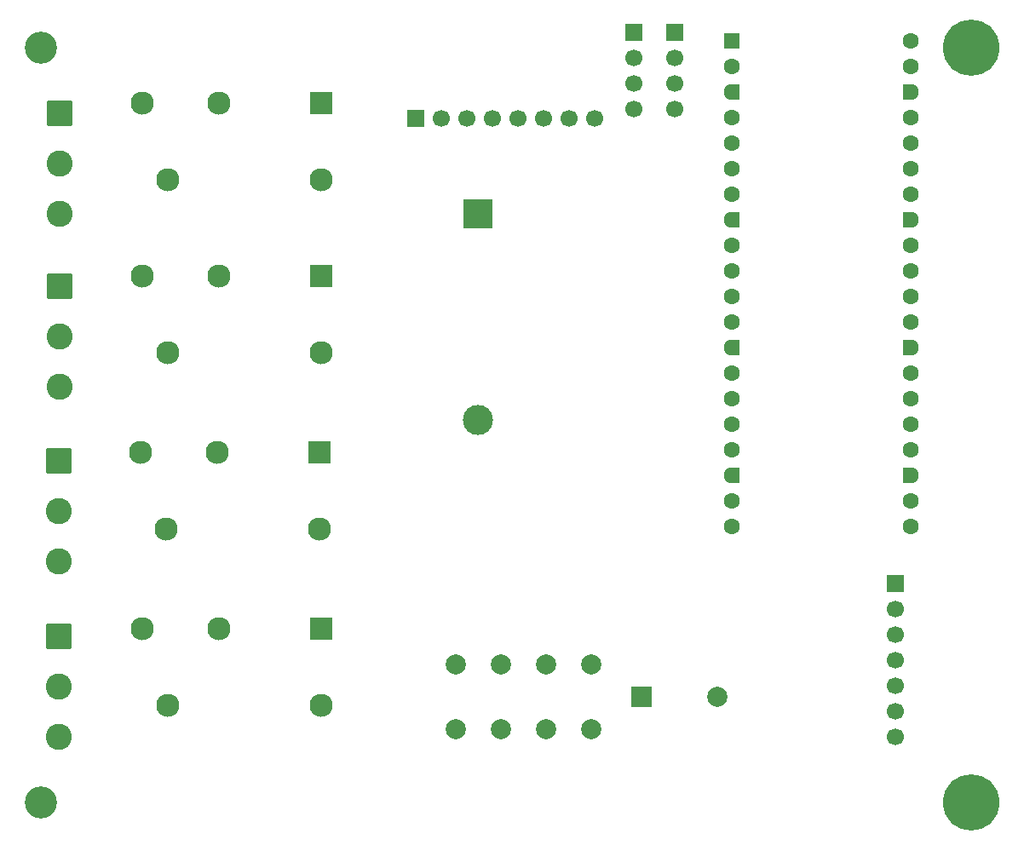
<source format=gbr>
%TF.GenerationSoftware,KiCad,Pcbnew,9.0.1*%
%TF.CreationDate,2025-06-21T17:37:17+02:00*%
%TF.ProjectId,PicoLogger,5069636f-4c6f-4676-9765-722e6b696361,rev?*%
%TF.SameCoordinates,Original*%
%TF.FileFunction,Soldermask,Bot*%
%TF.FilePolarity,Negative*%
%FSLAX46Y46*%
G04 Gerber Fmt 4.6, Leading zero omitted, Abs format (unit mm)*
G04 Created by KiCad (PCBNEW 9.0.1) date 2025-06-21 17:37:17*
%MOMM*%
%LPD*%
G01*
G04 APERTURE LIST*
G04 Aperture macros list*
%AMRoundRect*
0 Rectangle with rounded corners*
0 $1 Rounding radius*
0 $2 $3 $4 $5 $6 $7 $8 $9 X,Y pos of 4 corners*
0 Add a 4 corners polygon primitive as box body*
4,1,4,$2,$3,$4,$5,$6,$7,$8,$9,$2,$3,0*
0 Add four circle primitives for the rounded corners*
1,1,$1+$1,$2,$3*
1,1,$1+$1,$4,$5*
1,1,$1+$1,$6,$7*
1,1,$1+$1,$8,$9*
0 Add four rect primitives between the rounded corners*
20,1,$1+$1,$2,$3,$4,$5,0*
20,1,$1+$1,$4,$5,$6,$7,0*
20,1,$1+$1,$6,$7,$8,$9,0*
20,1,$1+$1,$8,$9,$2,$3,0*%
%AMFreePoly0*
4,1,37,0.603843,0.796157,0.639018,0.796157,0.711114,0.766294,0.766294,0.711114,0.796157,0.639018,0.796157,0.603843,0.800000,0.600000,0.800000,-0.600000,0.796157,-0.603843,0.796157,-0.639018,0.766294,-0.711114,0.711114,-0.766294,0.639018,-0.796157,0.603843,-0.796157,0.600000,-0.800000,0.000000,-0.800000,0.000000,-0.796148,-0.078414,-0.796148,-0.232228,-0.765552,-0.377117,-0.705537,
-0.507515,-0.618408,-0.618408,-0.507515,-0.705537,-0.377117,-0.765552,-0.232228,-0.796148,-0.078414,-0.796148,0.078414,-0.765552,0.232228,-0.705537,0.377117,-0.618408,0.507515,-0.507515,0.618408,-0.377117,0.705537,-0.232228,0.765552,-0.078414,0.796148,0.000000,0.796148,0.000000,0.800000,0.600000,0.800000,0.603843,0.796157,0.603843,0.796157,$1*%
%AMFreePoly1*
4,1,37,0.000000,0.796148,0.078414,0.796148,0.232228,0.765552,0.377117,0.705537,0.507515,0.618408,0.618408,0.507515,0.705537,0.377117,0.765552,0.232228,0.796148,0.078414,0.796148,-0.078414,0.765552,-0.232228,0.705537,-0.377117,0.618408,-0.507515,0.507515,-0.618408,0.377117,-0.705537,0.232228,-0.765552,0.078414,-0.796148,0.000000,-0.796148,0.000000,-0.800000,-0.600000,-0.800000,
-0.603843,-0.796157,-0.639018,-0.796157,-0.711114,-0.766294,-0.766294,-0.711114,-0.796157,-0.639018,-0.796157,-0.603843,-0.800000,-0.600000,-0.800000,0.600000,-0.796157,0.603843,-0.796157,0.639018,-0.766294,0.711114,-0.711114,0.766294,-0.639018,0.796157,-0.603843,0.796157,-0.600000,0.800000,0.000000,0.800000,0.000000,0.796148,0.000000,0.796148,$1*%
G04 Aperture macros list end*
%ADD10R,1.700000X1.700000*%
%ADD11C,1.700000*%
%ADD12C,5.600000*%
%ADD13C,2.000000*%
%ADD14C,3.200000*%
%ADD15R,2.300000X2.300000*%
%ADD16C,2.300000*%
%ADD17RoundRect,0.250000X-1.050000X1.050000X-1.050000X-1.050000X1.050000X-1.050000X1.050000X1.050000X0*%
%ADD18C,2.600000*%
%ADD19RoundRect,0.200000X-0.600000X-0.600000X0.600000X-0.600000X0.600000X0.600000X-0.600000X0.600000X0*%
%ADD20C,1.600000*%
%ADD21FreePoly0,0.000000*%
%ADD22FreePoly1,0.000000*%
%ADD23R,2.000000X2.000000*%
%ADD24R,3.000000X3.000000*%
%ADD25C,3.000000*%
G04 APERTURE END LIST*
D10*
%TO.C,J8*%
X187000000Y-103260000D03*
D11*
X187000000Y-105800000D03*
X187000000Y-108340000D03*
X187000000Y-110880000D03*
X187000000Y-113420000D03*
X187000000Y-115960000D03*
X187000000Y-118500000D03*
%TD*%
D12*
%TO.C,H2*%
X194500000Y-50000000D03*
%TD*%
D10*
%TO.C,J1*%
X161000000Y-48460000D03*
D11*
X161000000Y-51000000D03*
X161000000Y-53540000D03*
X161000000Y-56080000D03*
%TD*%
D13*
%TO.C,SW2*%
X143250000Y-117750000D03*
X143250000Y-111250000D03*
X147750000Y-117750000D03*
X147750000Y-111250000D03*
%TD*%
D14*
%TO.C,H4*%
X102000000Y-125000000D03*
%TD*%
D15*
%TO.C,K2*%
X129875000Y-72700000D03*
D16*
X119715000Y-72700000D03*
X112095000Y-72700000D03*
X114635000Y-80320000D03*
X129875000Y-80320000D03*
%TD*%
D17*
%TO.C,J6*%
X103827500Y-91000000D03*
D18*
X103827500Y-96000000D03*
X103827500Y-101000000D03*
%TD*%
D10*
%TO.C,J2*%
X165000000Y-48420000D03*
D11*
X165000000Y-50960000D03*
X165000000Y-53500000D03*
X165000000Y-56040000D03*
%TD*%
D14*
%TO.C,H3*%
X102000000Y-50000000D03*
%TD*%
D12*
%TO.C,H1*%
X194500000Y-125000000D03*
%TD*%
D19*
%TO.C,A1*%
X170720000Y-49320000D03*
D20*
X170720000Y-51860000D03*
D21*
X170720000Y-54400000D03*
D20*
X170720000Y-56940000D03*
X170720000Y-59480000D03*
X170720000Y-62020000D03*
X170720000Y-64560000D03*
D21*
X170720000Y-67100000D03*
D20*
X170720000Y-69640000D03*
X170720000Y-72180000D03*
X170720000Y-74720000D03*
X170720000Y-77260000D03*
D21*
X170720000Y-79800000D03*
D20*
X170720000Y-82340000D03*
X170720000Y-84880000D03*
X170720000Y-87420000D03*
X170720000Y-89960000D03*
D21*
X170720000Y-92500000D03*
D20*
X170720000Y-95040000D03*
X170720000Y-97580000D03*
X188500000Y-97580000D03*
X188500000Y-95040000D03*
D22*
X188500000Y-92500000D03*
D20*
X188500000Y-89960000D03*
X188500000Y-87420000D03*
X188500000Y-84880000D03*
X188500000Y-82340000D03*
D22*
X188500000Y-79800000D03*
D20*
X188500000Y-77260000D03*
X188500000Y-74720000D03*
X188500000Y-72180000D03*
X188500000Y-69640000D03*
D22*
X188500000Y-67100000D03*
D20*
X188500000Y-64560000D03*
X188500000Y-62020000D03*
X188500000Y-59480000D03*
X188500000Y-56940000D03*
D22*
X188500000Y-54400000D03*
D20*
X188500000Y-51860000D03*
X188500000Y-49320000D03*
%TD*%
D15*
%TO.C,K4*%
X129875000Y-107700000D03*
D16*
X119715000Y-107700000D03*
X112095000Y-107700000D03*
X114635000Y-115320000D03*
X129875000Y-115320000D03*
%TD*%
D13*
%TO.C,SW1*%
X152250000Y-117750000D03*
X152250000Y-111250000D03*
X156750000Y-117750000D03*
X156750000Y-111250000D03*
%TD*%
D23*
%TO.C,BZ1*%
X161700000Y-114500000D03*
D13*
X169300000Y-114500000D03*
%TD*%
D15*
%TO.C,K3*%
X129740000Y-90200000D03*
D16*
X119580000Y-90200000D03*
X111960000Y-90200000D03*
X114500000Y-97820000D03*
X129740000Y-97820000D03*
%TD*%
D17*
%TO.C,J4*%
X103900000Y-56500000D03*
D18*
X103900000Y-61500000D03*
X103900000Y-66500000D03*
%TD*%
D17*
%TO.C,J7*%
X103827500Y-108440000D03*
D18*
X103827500Y-113440000D03*
X103827500Y-118440000D03*
%TD*%
D15*
%TO.C,K1*%
X129875000Y-55500000D03*
D16*
X119715000Y-55500000D03*
X112095000Y-55500000D03*
X114635000Y-63120000D03*
X129875000Y-63120000D03*
%TD*%
D17*
%TO.C,J5*%
X103900000Y-73700000D03*
D18*
X103900000Y-78700000D03*
X103900000Y-83700000D03*
%TD*%
D10*
%TO.C,J3*%
X139260000Y-57000000D03*
D11*
X141800000Y-57000000D03*
X144340000Y-57000000D03*
X146880000Y-57000000D03*
X149420000Y-57000000D03*
X151960000Y-57000000D03*
X154500000Y-57000000D03*
X157040000Y-57000000D03*
%TD*%
D24*
%TO.C,BT1*%
X145500000Y-66510000D03*
D25*
X145500000Y-87000000D03*
%TD*%
M02*

</source>
